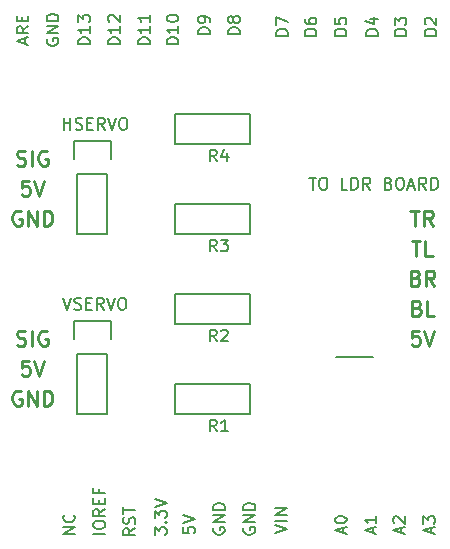
<source format=gto>
%TF.GenerationSoftware,KiCad,Pcbnew,4.0.7-e2-6376~58~ubuntu16.04.1*%
%TF.CreationDate,2018-02-09T09:49:05-08:00*%
%TF.ProjectId,Arduino-Shield,41726475696E6F2D536869656C642E6B,v1.1*%
%TF.FileFunction,Legend,Top*%
%FSLAX46Y46*%
G04 Gerber Fmt 4.6, Leading zero omitted, Abs format (unit mm)*
G04 Created by KiCad (PCBNEW 4.0.7-e2-6376~58~ubuntu16.04.1) date Fri Feb  9 09:49:05 2018*
%MOMM*%
%LPD*%
G01*
G04 APERTURE LIST*
%ADD10C,0.350000*%
%ADD11C,0.254000*%
%ADD12C,0.150000*%
%ADD13C,0.203200*%
%ADD14R,2.184400X1.879600*%
%ADD15O,2.184400X1.879600*%
%ADD16R,2.184400X2.184400*%
%ADD17O,2.184400X2.184400*%
%ADD18O,1.676400X2.692400*%
%ADD19C,2.151380*%
G04 APERTURE END LIST*
D10*
D11*
X57742667Y-77252286D02*
X57924096Y-77312762D01*
X57984572Y-77373238D01*
X58045048Y-77494190D01*
X58045048Y-77675619D01*
X57984572Y-77796571D01*
X57924096Y-77857048D01*
X57803143Y-77917524D01*
X57319334Y-77917524D01*
X57319334Y-76647524D01*
X57742667Y-76647524D01*
X57863620Y-76708000D01*
X57924096Y-76768476D01*
X57984572Y-76889429D01*
X57984572Y-77010381D01*
X57924096Y-77131333D01*
X57863620Y-77191810D01*
X57742667Y-77252286D01*
X57319334Y-77252286D01*
X59194096Y-77917524D02*
X58589334Y-77917524D01*
X58589334Y-76647524D01*
X57168143Y-69027524D02*
X57893858Y-69027524D01*
X57531001Y-70297524D02*
X57531001Y-69027524D01*
X59042905Y-70297524D02*
X58619572Y-69692762D01*
X58317191Y-70297524D02*
X58317191Y-69027524D01*
X58801000Y-69027524D01*
X58921953Y-69088000D01*
X58982429Y-69148476D01*
X59042905Y-69269429D01*
X59042905Y-69450857D01*
X58982429Y-69571810D01*
X58921953Y-69632286D01*
X58801000Y-69692762D01*
X58317191Y-69692762D01*
X57289095Y-71567524D02*
X58014810Y-71567524D01*
X57651953Y-72837524D02*
X57651953Y-71567524D01*
X59042905Y-72837524D02*
X58438143Y-72837524D01*
X58438143Y-71567524D01*
X57621714Y-74712286D02*
X57803143Y-74772762D01*
X57863619Y-74833238D01*
X57924095Y-74954190D01*
X57924095Y-75135619D01*
X57863619Y-75256571D01*
X57803143Y-75317048D01*
X57682190Y-75377524D01*
X57198381Y-75377524D01*
X57198381Y-74107524D01*
X57621714Y-74107524D01*
X57742667Y-74168000D01*
X57803143Y-74228476D01*
X57863619Y-74349429D01*
X57863619Y-74470381D01*
X57803143Y-74591333D01*
X57742667Y-74651810D01*
X57621714Y-74712286D01*
X57198381Y-74712286D01*
X59194095Y-75377524D02*
X58770762Y-74772762D01*
X58468381Y-75377524D02*
X58468381Y-74107524D01*
X58952190Y-74107524D01*
X59073143Y-74168000D01*
X59133619Y-74228476D01*
X59194095Y-74349429D01*
X59194095Y-74530857D01*
X59133619Y-74651810D01*
X59073143Y-74712286D01*
X58952190Y-74772762D01*
X58468381Y-74772762D01*
X57924096Y-79187524D02*
X57319334Y-79187524D01*
X57258858Y-79792286D01*
X57319334Y-79731810D01*
X57440286Y-79671333D01*
X57742667Y-79671333D01*
X57863620Y-79731810D01*
X57924096Y-79792286D01*
X57984572Y-79913238D01*
X57984572Y-80215619D01*
X57924096Y-80336571D01*
X57863620Y-80397048D01*
X57742667Y-80457524D01*
X57440286Y-80457524D01*
X57319334Y-80397048D01*
X57258858Y-80336571D01*
X58347429Y-79187524D02*
X58770763Y-80457524D01*
X59194096Y-79187524D01*
X24178381Y-84328000D02*
X24057429Y-84267524D01*
X23876000Y-84267524D01*
X23694572Y-84328000D01*
X23573619Y-84448952D01*
X23513143Y-84569905D01*
X23452667Y-84811810D01*
X23452667Y-84993238D01*
X23513143Y-85235143D01*
X23573619Y-85356095D01*
X23694572Y-85477048D01*
X23876000Y-85537524D01*
X23996952Y-85537524D01*
X24178381Y-85477048D01*
X24238857Y-85416571D01*
X24238857Y-84993238D01*
X23996952Y-84993238D01*
X24783143Y-85537524D02*
X24783143Y-84267524D01*
X25508857Y-85537524D01*
X25508857Y-84267524D01*
X26113619Y-85537524D02*
X26113619Y-84267524D01*
X26416000Y-84267524D01*
X26597428Y-84328000D01*
X26718381Y-84448952D01*
X26778857Y-84569905D01*
X26839333Y-84811810D01*
X26839333Y-84993238D01*
X26778857Y-85235143D01*
X26718381Y-85356095D01*
X26597428Y-85477048D01*
X26416000Y-85537524D01*
X26113619Y-85537524D01*
X24904096Y-81727524D02*
X24299334Y-81727524D01*
X24238858Y-82332286D01*
X24299334Y-82271810D01*
X24420286Y-82211333D01*
X24722667Y-82211333D01*
X24843620Y-82271810D01*
X24904096Y-82332286D01*
X24964572Y-82453238D01*
X24964572Y-82755619D01*
X24904096Y-82876571D01*
X24843620Y-82937048D01*
X24722667Y-82997524D01*
X24420286Y-82997524D01*
X24299334Y-82937048D01*
X24238858Y-82876571D01*
X25327429Y-81727524D02*
X25750763Y-82997524D01*
X26174096Y-81727524D01*
X24178381Y-69088000D02*
X24057429Y-69027524D01*
X23876000Y-69027524D01*
X23694572Y-69088000D01*
X23573619Y-69208952D01*
X23513143Y-69329905D01*
X23452667Y-69571810D01*
X23452667Y-69753238D01*
X23513143Y-69995143D01*
X23573619Y-70116095D01*
X23694572Y-70237048D01*
X23876000Y-70297524D01*
X23996952Y-70297524D01*
X24178381Y-70237048D01*
X24238857Y-70176571D01*
X24238857Y-69753238D01*
X23996952Y-69753238D01*
X24783143Y-70297524D02*
X24783143Y-69027524D01*
X25508857Y-70297524D01*
X25508857Y-69027524D01*
X26113619Y-70297524D02*
X26113619Y-69027524D01*
X26416000Y-69027524D01*
X26597428Y-69088000D01*
X26718381Y-69208952D01*
X26778857Y-69329905D01*
X26839333Y-69571810D01*
X26839333Y-69753238D01*
X26778857Y-69995143D01*
X26718381Y-70116095D01*
X26597428Y-70237048D01*
X26416000Y-70297524D01*
X26113619Y-70297524D01*
X24904096Y-66487524D02*
X24299334Y-66487524D01*
X24238858Y-67092286D01*
X24299334Y-67031810D01*
X24420286Y-66971333D01*
X24722667Y-66971333D01*
X24843620Y-67031810D01*
X24904096Y-67092286D01*
X24964572Y-67213238D01*
X24964572Y-67515619D01*
X24904096Y-67636571D01*
X24843620Y-67697048D01*
X24722667Y-67757524D01*
X24420286Y-67757524D01*
X24299334Y-67697048D01*
X24238858Y-67636571D01*
X25327429Y-66487524D02*
X25750763Y-67757524D01*
X26174096Y-66487524D01*
X23845762Y-65157048D02*
X24027190Y-65217524D01*
X24329571Y-65217524D01*
X24450524Y-65157048D01*
X24511000Y-65096571D01*
X24571476Y-64975619D01*
X24571476Y-64854667D01*
X24511000Y-64733714D01*
X24450524Y-64673238D01*
X24329571Y-64612762D01*
X24087667Y-64552286D01*
X23966714Y-64491810D01*
X23906238Y-64431333D01*
X23845762Y-64310381D01*
X23845762Y-64189429D01*
X23906238Y-64068476D01*
X23966714Y-64008000D01*
X24087667Y-63947524D01*
X24390047Y-63947524D01*
X24571476Y-64008000D01*
X25115762Y-65217524D02*
X25115762Y-63947524D01*
X26385762Y-64008000D02*
X26264810Y-63947524D01*
X26083381Y-63947524D01*
X25901953Y-64008000D01*
X25781000Y-64128952D01*
X25720524Y-64249905D01*
X25660048Y-64491810D01*
X25660048Y-64673238D01*
X25720524Y-64915143D01*
X25781000Y-65036095D01*
X25901953Y-65157048D01*
X26083381Y-65217524D01*
X26204333Y-65217524D01*
X26385762Y-65157048D01*
X26446238Y-65096571D01*
X26446238Y-64673238D01*
X26204333Y-64673238D01*
X23845762Y-80397048D02*
X24027190Y-80457524D01*
X24329571Y-80457524D01*
X24450524Y-80397048D01*
X24511000Y-80336571D01*
X24571476Y-80215619D01*
X24571476Y-80094667D01*
X24511000Y-79973714D01*
X24450524Y-79913238D01*
X24329571Y-79852762D01*
X24087667Y-79792286D01*
X23966714Y-79731810D01*
X23906238Y-79671333D01*
X23845762Y-79550381D01*
X23845762Y-79429429D01*
X23906238Y-79308476D01*
X23966714Y-79248000D01*
X24087667Y-79187524D01*
X24390047Y-79187524D01*
X24571476Y-79248000D01*
X25115762Y-80457524D02*
X25115762Y-79187524D01*
X26385762Y-79248000D02*
X26264810Y-79187524D01*
X26083381Y-79187524D01*
X25901953Y-79248000D01*
X25781000Y-79368952D01*
X25720524Y-79489905D01*
X25660048Y-79731810D01*
X25660048Y-79913238D01*
X25720524Y-80155143D01*
X25781000Y-80276095D01*
X25901953Y-80397048D01*
X26083381Y-80457524D01*
X26204333Y-80457524D01*
X26385762Y-80397048D01*
X26446238Y-80336571D01*
X26446238Y-79913238D01*
X26204333Y-79913238D01*
D12*
X28956000Y-81153000D02*
X28956000Y-86233000D01*
X28956000Y-86233000D02*
X31496000Y-86233000D01*
X31496000Y-86233000D02*
X31496000Y-81153000D01*
X31776000Y-78333000D02*
X31776000Y-79883000D01*
X31496000Y-81153000D02*
X28956000Y-81153000D01*
X28676000Y-79883000D02*
X28676000Y-78333000D01*
X28676000Y-78333000D02*
X31776000Y-78333000D01*
X28956000Y-65913000D02*
X28956000Y-70993000D01*
X28956000Y-70993000D02*
X31496000Y-70993000D01*
X31496000Y-70993000D02*
X31496000Y-65913000D01*
X31776000Y-63093000D02*
X31776000Y-64643000D01*
X31496000Y-65913000D02*
X28956000Y-65913000D01*
X28676000Y-64643000D02*
X28676000Y-63093000D01*
X28676000Y-63093000D02*
X31776000Y-63093000D01*
X54001000Y-81433000D02*
X50901000Y-81433000D01*
X43561000Y-63373000D02*
X37211000Y-63373000D01*
X37211000Y-63373000D02*
X37211000Y-60833000D01*
X37211000Y-60833000D02*
X43561000Y-60833000D01*
X43561000Y-60833000D02*
X43561000Y-63373000D01*
X43561000Y-86233000D02*
X37211000Y-86233000D01*
X37211000Y-86233000D02*
X37211000Y-83693000D01*
X37211000Y-83693000D02*
X43561000Y-83693000D01*
X43561000Y-83693000D02*
X43561000Y-86233000D01*
X43561000Y-78613000D02*
X37211000Y-78613000D01*
X37211000Y-78613000D02*
X37211000Y-76073000D01*
X37211000Y-76073000D02*
X43561000Y-76073000D01*
X43561000Y-76073000D02*
X43561000Y-78613000D01*
X43561000Y-70993000D02*
X37211000Y-70993000D01*
X37211000Y-70993000D02*
X37211000Y-68453000D01*
X37211000Y-68453000D02*
X43561000Y-68453000D01*
X43561000Y-68453000D02*
X43561000Y-70993000D01*
X27765714Y-76414381D02*
X28099047Y-77414381D01*
X28432381Y-76414381D01*
X28718095Y-77366762D02*
X28860952Y-77414381D01*
X29099048Y-77414381D01*
X29194286Y-77366762D01*
X29241905Y-77319143D01*
X29289524Y-77223905D01*
X29289524Y-77128667D01*
X29241905Y-77033429D01*
X29194286Y-76985810D01*
X29099048Y-76938190D01*
X28908571Y-76890571D01*
X28813333Y-76842952D01*
X28765714Y-76795333D01*
X28718095Y-76700095D01*
X28718095Y-76604857D01*
X28765714Y-76509619D01*
X28813333Y-76462000D01*
X28908571Y-76414381D01*
X29146667Y-76414381D01*
X29289524Y-76462000D01*
X29718095Y-76890571D02*
X30051429Y-76890571D01*
X30194286Y-77414381D02*
X29718095Y-77414381D01*
X29718095Y-76414381D01*
X30194286Y-76414381D01*
X31194286Y-77414381D02*
X30860952Y-76938190D01*
X30622857Y-77414381D02*
X30622857Y-76414381D01*
X31003810Y-76414381D01*
X31099048Y-76462000D01*
X31146667Y-76509619D01*
X31194286Y-76604857D01*
X31194286Y-76747714D01*
X31146667Y-76842952D01*
X31099048Y-76890571D01*
X31003810Y-76938190D01*
X30622857Y-76938190D01*
X31480000Y-76414381D02*
X31813333Y-77414381D01*
X32146667Y-76414381D01*
X32670476Y-76414381D02*
X32860953Y-76414381D01*
X32956191Y-76462000D01*
X33051429Y-76557238D01*
X33099048Y-76747714D01*
X33099048Y-77081048D01*
X33051429Y-77271524D01*
X32956191Y-77366762D01*
X32860953Y-77414381D01*
X32670476Y-77414381D01*
X32575238Y-77366762D01*
X32480000Y-77271524D01*
X32432381Y-77081048D01*
X32432381Y-76747714D01*
X32480000Y-76557238D01*
X32575238Y-76462000D01*
X32670476Y-76414381D01*
X27813333Y-62174381D02*
X27813333Y-61174381D01*
X27813333Y-61650571D02*
X28384762Y-61650571D01*
X28384762Y-62174381D02*
X28384762Y-61174381D01*
X28813333Y-62126762D02*
X28956190Y-62174381D01*
X29194286Y-62174381D01*
X29289524Y-62126762D01*
X29337143Y-62079143D01*
X29384762Y-61983905D01*
X29384762Y-61888667D01*
X29337143Y-61793429D01*
X29289524Y-61745810D01*
X29194286Y-61698190D01*
X29003809Y-61650571D01*
X28908571Y-61602952D01*
X28860952Y-61555333D01*
X28813333Y-61460095D01*
X28813333Y-61364857D01*
X28860952Y-61269619D01*
X28908571Y-61222000D01*
X29003809Y-61174381D01*
X29241905Y-61174381D01*
X29384762Y-61222000D01*
X29813333Y-61650571D02*
X30146667Y-61650571D01*
X30289524Y-62174381D02*
X29813333Y-62174381D01*
X29813333Y-61174381D01*
X30289524Y-61174381D01*
X31289524Y-62174381D02*
X30956190Y-61698190D01*
X30718095Y-62174381D02*
X30718095Y-61174381D01*
X31099048Y-61174381D01*
X31194286Y-61222000D01*
X31241905Y-61269619D01*
X31289524Y-61364857D01*
X31289524Y-61507714D01*
X31241905Y-61602952D01*
X31194286Y-61650571D01*
X31099048Y-61698190D01*
X30718095Y-61698190D01*
X31575238Y-61174381D02*
X31908571Y-62174381D01*
X32241905Y-61174381D01*
X32765714Y-61174381D02*
X32956191Y-61174381D01*
X33051429Y-61222000D01*
X33146667Y-61317238D01*
X33194286Y-61507714D01*
X33194286Y-61841048D01*
X33146667Y-62031524D01*
X33051429Y-62126762D01*
X32956191Y-62174381D01*
X32765714Y-62174381D01*
X32670476Y-62126762D01*
X32575238Y-62031524D01*
X32527619Y-61841048D01*
X32527619Y-61507714D01*
X32575238Y-61317238D01*
X32670476Y-61222000D01*
X32765714Y-61174381D01*
D13*
X48586572Y-66245619D02*
X49167143Y-66245619D01*
X48876858Y-67261619D02*
X48876858Y-66245619D01*
X49699334Y-66245619D02*
X49892857Y-66245619D01*
X49989619Y-66294000D01*
X50086381Y-66390762D01*
X50134762Y-66584286D01*
X50134762Y-66922952D01*
X50086381Y-67116476D01*
X49989619Y-67213238D01*
X49892857Y-67261619D01*
X49699334Y-67261619D01*
X49602572Y-67213238D01*
X49505810Y-67116476D01*
X49457429Y-66922952D01*
X49457429Y-66584286D01*
X49505810Y-66390762D01*
X49602572Y-66294000D01*
X49699334Y-66245619D01*
X51828095Y-67261619D02*
X51344286Y-67261619D01*
X51344286Y-66245619D01*
X52166762Y-67261619D02*
X52166762Y-66245619D01*
X52408667Y-66245619D01*
X52553809Y-66294000D01*
X52650571Y-66390762D01*
X52698952Y-66487524D01*
X52747333Y-66681048D01*
X52747333Y-66826190D01*
X52698952Y-67019714D01*
X52650571Y-67116476D01*
X52553809Y-67213238D01*
X52408667Y-67261619D01*
X52166762Y-67261619D01*
X53763333Y-67261619D02*
X53424667Y-66777810D01*
X53182762Y-67261619D02*
X53182762Y-66245619D01*
X53569809Y-66245619D01*
X53666571Y-66294000D01*
X53714952Y-66342381D01*
X53763333Y-66439143D01*
X53763333Y-66584286D01*
X53714952Y-66681048D01*
X53666571Y-66729429D01*
X53569809Y-66777810D01*
X53182762Y-66777810D01*
X55311523Y-66729429D02*
X55456666Y-66777810D01*
X55505047Y-66826190D01*
X55553428Y-66922952D01*
X55553428Y-67068095D01*
X55505047Y-67164857D01*
X55456666Y-67213238D01*
X55359904Y-67261619D01*
X54972857Y-67261619D01*
X54972857Y-66245619D01*
X55311523Y-66245619D01*
X55408285Y-66294000D01*
X55456666Y-66342381D01*
X55505047Y-66439143D01*
X55505047Y-66535905D01*
X55456666Y-66632667D01*
X55408285Y-66681048D01*
X55311523Y-66729429D01*
X54972857Y-66729429D01*
X56182381Y-66245619D02*
X56375904Y-66245619D01*
X56472666Y-66294000D01*
X56569428Y-66390762D01*
X56617809Y-66584286D01*
X56617809Y-66922952D01*
X56569428Y-67116476D01*
X56472666Y-67213238D01*
X56375904Y-67261619D01*
X56182381Y-67261619D01*
X56085619Y-67213238D01*
X55988857Y-67116476D01*
X55940476Y-66922952D01*
X55940476Y-66584286D01*
X55988857Y-66390762D01*
X56085619Y-66294000D01*
X56182381Y-66245619D01*
X57004857Y-66971333D02*
X57488666Y-66971333D01*
X56908095Y-67261619D02*
X57246762Y-66245619D01*
X57585428Y-67261619D01*
X58504666Y-67261619D02*
X58166000Y-66777810D01*
X57924095Y-67261619D02*
X57924095Y-66245619D01*
X58311142Y-66245619D01*
X58407904Y-66294000D01*
X58456285Y-66342381D01*
X58504666Y-66439143D01*
X58504666Y-66584286D01*
X58456285Y-66681048D01*
X58407904Y-66729429D01*
X58311142Y-66777810D01*
X57924095Y-66777810D01*
X58940095Y-67261619D02*
X58940095Y-66245619D01*
X59182000Y-66245619D01*
X59327142Y-66294000D01*
X59423904Y-66390762D01*
X59472285Y-66487524D01*
X59520666Y-66681048D01*
X59520666Y-66826190D01*
X59472285Y-67019714D01*
X59423904Y-67116476D01*
X59327142Y-67213238D01*
X59182000Y-67261619D01*
X58940095Y-67261619D01*
D12*
X31313381Y-96392762D02*
X30313381Y-96392762D01*
X30313381Y-95726096D02*
X30313381Y-95535619D01*
X30361000Y-95440381D01*
X30456238Y-95345143D01*
X30646714Y-95297524D01*
X30980048Y-95297524D01*
X31170524Y-95345143D01*
X31265762Y-95440381D01*
X31313381Y-95535619D01*
X31313381Y-95726096D01*
X31265762Y-95821334D01*
X31170524Y-95916572D01*
X30980048Y-95964191D01*
X30646714Y-95964191D01*
X30456238Y-95916572D01*
X30361000Y-95821334D01*
X30313381Y-95726096D01*
X31313381Y-94297524D02*
X30837190Y-94630858D01*
X31313381Y-94868953D02*
X30313381Y-94868953D01*
X30313381Y-94488000D01*
X30361000Y-94392762D01*
X30408619Y-94345143D01*
X30503857Y-94297524D01*
X30646714Y-94297524D01*
X30741952Y-94345143D01*
X30789571Y-94392762D01*
X30837190Y-94488000D01*
X30837190Y-94868953D01*
X30789571Y-93868953D02*
X30789571Y-93535619D01*
X31313381Y-93392762D02*
X31313381Y-93868953D01*
X30313381Y-93868953D01*
X30313381Y-93392762D01*
X30789571Y-92630857D02*
X30789571Y-92964191D01*
X31313381Y-92964191D02*
X30313381Y-92964191D01*
X30313381Y-92488000D01*
X28753381Y-96416714D02*
X27753381Y-96416714D01*
X28753381Y-95845285D01*
X27753381Y-95845285D01*
X28658143Y-94797666D02*
X28705762Y-94845285D01*
X28753381Y-94988142D01*
X28753381Y-95083380D01*
X28705762Y-95226238D01*
X28610524Y-95321476D01*
X28515286Y-95369095D01*
X28324810Y-95416714D01*
X28181952Y-95416714D01*
X27991476Y-95369095D01*
X27896238Y-95321476D01*
X27801000Y-95226238D01*
X27753381Y-95083380D01*
X27753381Y-94988142D01*
X27801000Y-94845285D01*
X27848619Y-94797666D01*
X33853381Y-95924619D02*
X33377190Y-96257953D01*
X33853381Y-96496048D02*
X32853381Y-96496048D01*
X32853381Y-96115095D01*
X32901000Y-96019857D01*
X32948619Y-95972238D01*
X33043857Y-95924619D01*
X33186714Y-95924619D01*
X33281952Y-95972238D01*
X33329571Y-96019857D01*
X33377190Y-96115095D01*
X33377190Y-96496048D01*
X33805762Y-95543667D02*
X33853381Y-95400810D01*
X33853381Y-95162714D01*
X33805762Y-95067476D01*
X33758143Y-95019857D01*
X33662905Y-94972238D01*
X33567667Y-94972238D01*
X33472429Y-95019857D01*
X33424810Y-95067476D01*
X33377190Y-95162714D01*
X33329571Y-95353191D01*
X33281952Y-95448429D01*
X33234333Y-95496048D01*
X33139095Y-95543667D01*
X33043857Y-95543667D01*
X32948619Y-95496048D01*
X32901000Y-95448429D01*
X32853381Y-95353191D01*
X32853381Y-95115095D01*
X32901000Y-94972238D01*
X32853381Y-94686524D02*
X32853381Y-94115095D01*
X33853381Y-94400810D02*
X32853381Y-94400810D01*
X35520381Y-96472190D02*
X35520381Y-95853142D01*
X35901333Y-96186476D01*
X35901333Y-96043618D01*
X35948952Y-95948380D01*
X35996571Y-95900761D01*
X36091810Y-95853142D01*
X36329905Y-95853142D01*
X36425143Y-95900761D01*
X36472762Y-95948380D01*
X36520381Y-96043618D01*
X36520381Y-96329333D01*
X36472762Y-96424571D01*
X36425143Y-96472190D01*
X36425143Y-95424571D02*
X36472762Y-95376952D01*
X36520381Y-95424571D01*
X36472762Y-95472190D01*
X36425143Y-95424571D01*
X36520381Y-95424571D01*
X35520381Y-95043619D02*
X35520381Y-94424571D01*
X35901333Y-94757905D01*
X35901333Y-94615047D01*
X35948952Y-94519809D01*
X35996571Y-94472190D01*
X36091810Y-94424571D01*
X36329905Y-94424571D01*
X36425143Y-94472190D01*
X36472762Y-94519809D01*
X36520381Y-94615047D01*
X36520381Y-94900762D01*
X36472762Y-94996000D01*
X36425143Y-95043619D01*
X35520381Y-94138857D02*
X36520381Y-93805524D01*
X35520381Y-93472190D01*
X37913381Y-95821476D02*
X37913381Y-96297667D01*
X38389571Y-96345286D01*
X38341952Y-96297667D01*
X38294333Y-96202429D01*
X38294333Y-95964333D01*
X38341952Y-95869095D01*
X38389571Y-95821476D01*
X38484810Y-95773857D01*
X38722905Y-95773857D01*
X38818143Y-95821476D01*
X38865762Y-95869095D01*
X38913381Y-95964333D01*
X38913381Y-96202429D01*
X38865762Y-96297667D01*
X38818143Y-96345286D01*
X37913381Y-95488143D02*
X38913381Y-95154810D01*
X37913381Y-94821476D01*
X40501000Y-95884904D02*
X40453381Y-95980142D01*
X40453381Y-96122999D01*
X40501000Y-96265857D01*
X40596238Y-96361095D01*
X40691476Y-96408714D01*
X40881952Y-96456333D01*
X41024810Y-96456333D01*
X41215286Y-96408714D01*
X41310524Y-96361095D01*
X41405762Y-96265857D01*
X41453381Y-96122999D01*
X41453381Y-96027761D01*
X41405762Y-95884904D01*
X41358143Y-95837285D01*
X41024810Y-95837285D01*
X41024810Y-96027761D01*
X41453381Y-95408714D02*
X40453381Y-95408714D01*
X41453381Y-94837285D01*
X40453381Y-94837285D01*
X41453381Y-94361095D02*
X40453381Y-94361095D01*
X40453381Y-94123000D01*
X40501000Y-93980142D01*
X40596238Y-93884904D01*
X40691476Y-93837285D01*
X40881952Y-93789666D01*
X41024810Y-93789666D01*
X41215286Y-93837285D01*
X41310524Y-93884904D01*
X41405762Y-93980142D01*
X41453381Y-94123000D01*
X41453381Y-94361095D01*
X43076000Y-95884904D02*
X43028381Y-95980142D01*
X43028381Y-96122999D01*
X43076000Y-96265857D01*
X43171238Y-96361095D01*
X43266476Y-96408714D01*
X43456952Y-96456333D01*
X43599810Y-96456333D01*
X43790286Y-96408714D01*
X43885524Y-96361095D01*
X43980762Y-96265857D01*
X44028381Y-96122999D01*
X44028381Y-96027761D01*
X43980762Y-95884904D01*
X43933143Y-95837285D01*
X43599810Y-95837285D01*
X43599810Y-96027761D01*
X44028381Y-95408714D02*
X43028381Y-95408714D01*
X44028381Y-94837285D01*
X43028381Y-94837285D01*
X44028381Y-94361095D02*
X43028381Y-94361095D01*
X43028381Y-94123000D01*
X43076000Y-93980142D01*
X43171238Y-93884904D01*
X43266476Y-93837285D01*
X43456952Y-93789666D01*
X43599810Y-93789666D01*
X43790286Y-93837285D01*
X43885524Y-93884904D01*
X43980762Y-93980142D01*
X44028381Y-94123000D01*
X44028381Y-94361095D01*
X45703381Y-96293238D02*
X46703381Y-95959905D01*
X45703381Y-95626571D01*
X46703381Y-95293238D02*
X45703381Y-95293238D01*
X46703381Y-94817048D02*
X45703381Y-94817048D01*
X46703381Y-94245619D01*
X45703381Y-94245619D01*
X58947667Y-96345286D02*
X58947667Y-95869095D01*
X59233381Y-96440524D02*
X58233381Y-96107191D01*
X59233381Y-95773857D01*
X58233381Y-95535762D02*
X58233381Y-94916714D01*
X58614333Y-95250048D01*
X58614333Y-95107190D01*
X58661952Y-95011952D01*
X58709571Y-94964333D01*
X58804810Y-94916714D01*
X59042905Y-94916714D01*
X59138143Y-94964333D01*
X59185762Y-95011952D01*
X59233381Y-95107190D01*
X59233381Y-95392905D01*
X59185762Y-95488143D01*
X59138143Y-95535762D01*
X56407667Y-96345286D02*
X56407667Y-95869095D01*
X56693381Y-96440524D02*
X55693381Y-96107191D01*
X56693381Y-95773857D01*
X55788619Y-95488143D02*
X55741000Y-95440524D01*
X55693381Y-95345286D01*
X55693381Y-95107190D01*
X55741000Y-95011952D01*
X55788619Y-94964333D01*
X55883857Y-94916714D01*
X55979095Y-94916714D01*
X56121952Y-94964333D01*
X56693381Y-95535762D01*
X56693381Y-94916714D01*
X53994667Y-96345286D02*
X53994667Y-95869095D01*
X54280381Y-96440524D02*
X53280381Y-96107191D01*
X54280381Y-95773857D01*
X54280381Y-94916714D02*
X54280381Y-95488143D01*
X54280381Y-95202429D02*
X53280381Y-95202429D01*
X53423238Y-95297667D01*
X53518476Y-95392905D01*
X53566095Y-95488143D01*
X51474667Y-96345286D02*
X51474667Y-95869095D01*
X51760381Y-96440524D02*
X50760381Y-96107191D01*
X51760381Y-95773857D01*
X50760381Y-95250048D02*
X50760381Y-95154809D01*
X50808000Y-95059571D01*
X50855619Y-95011952D01*
X50950857Y-94964333D01*
X51141333Y-94916714D01*
X51379429Y-94916714D01*
X51569905Y-94964333D01*
X51665143Y-95011952D01*
X51712762Y-95059571D01*
X51760381Y-95154809D01*
X51760381Y-95250048D01*
X51712762Y-95345286D01*
X51665143Y-95392905D01*
X51569905Y-95440524D01*
X51379429Y-95488143D01*
X51141333Y-95488143D01*
X50950857Y-95440524D01*
X50855619Y-95392905D01*
X50808000Y-95345286D01*
X50760381Y-95250048D01*
X24530667Y-54911476D02*
X24530667Y-54435285D01*
X24816381Y-55006714D02*
X23816381Y-54673381D01*
X24816381Y-54340047D01*
X24816381Y-53435285D02*
X24340190Y-53768619D01*
X24816381Y-54006714D02*
X23816381Y-54006714D01*
X23816381Y-53625761D01*
X23864000Y-53530523D01*
X23911619Y-53482904D01*
X24006857Y-53435285D01*
X24149714Y-53435285D01*
X24244952Y-53482904D01*
X24292571Y-53530523D01*
X24340190Y-53625761D01*
X24340190Y-54006714D01*
X24292571Y-53006714D02*
X24292571Y-52673380D01*
X24816381Y-52530523D02*
X24816381Y-53006714D01*
X23816381Y-53006714D01*
X23816381Y-52530523D01*
X26404000Y-54482904D02*
X26356381Y-54578142D01*
X26356381Y-54720999D01*
X26404000Y-54863857D01*
X26499238Y-54959095D01*
X26594476Y-55006714D01*
X26784952Y-55054333D01*
X26927810Y-55054333D01*
X27118286Y-55006714D01*
X27213524Y-54959095D01*
X27308762Y-54863857D01*
X27356381Y-54720999D01*
X27356381Y-54625761D01*
X27308762Y-54482904D01*
X27261143Y-54435285D01*
X26927810Y-54435285D01*
X26927810Y-54625761D01*
X27356381Y-54006714D02*
X26356381Y-54006714D01*
X27356381Y-53435285D01*
X26356381Y-53435285D01*
X27356381Y-52959095D02*
X26356381Y-52959095D01*
X26356381Y-52721000D01*
X26404000Y-52578142D01*
X26499238Y-52482904D01*
X26594476Y-52435285D01*
X26784952Y-52387666D01*
X26927810Y-52387666D01*
X27118286Y-52435285D01*
X27213524Y-52482904D01*
X27308762Y-52578142D01*
X27356381Y-52721000D01*
X27356381Y-52959095D01*
X30023381Y-54935286D02*
X29023381Y-54935286D01*
X29023381Y-54697191D01*
X29071000Y-54554333D01*
X29166238Y-54459095D01*
X29261476Y-54411476D01*
X29451952Y-54363857D01*
X29594810Y-54363857D01*
X29785286Y-54411476D01*
X29880524Y-54459095D01*
X29975762Y-54554333D01*
X30023381Y-54697191D01*
X30023381Y-54935286D01*
X30023381Y-53411476D02*
X30023381Y-53982905D01*
X30023381Y-53697191D02*
X29023381Y-53697191D01*
X29166238Y-53792429D01*
X29261476Y-53887667D01*
X29309095Y-53982905D01*
X29023381Y-53078143D02*
X29023381Y-52459095D01*
X29404333Y-52792429D01*
X29404333Y-52649571D01*
X29451952Y-52554333D01*
X29499571Y-52506714D01*
X29594810Y-52459095D01*
X29832905Y-52459095D01*
X29928143Y-52506714D01*
X29975762Y-52554333D01*
X30023381Y-52649571D01*
X30023381Y-52935286D01*
X29975762Y-53030524D01*
X29928143Y-53078143D01*
X32563381Y-54935286D02*
X31563381Y-54935286D01*
X31563381Y-54697191D01*
X31611000Y-54554333D01*
X31706238Y-54459095D01*
X31801476Y-54411476D01*
X31991952Y-54363857D01*
X32134810Y-54363857D01*
X32325286Y-54411476D01*
X32420524Y-54459095D01*
X32515762Y-54554333D01*
X32563381Y-54697191D01*
X32563381Y-54935286D01*
X32563381Y-53411476D02*
X32563381Y-53982905D01*
X32563381Y-53697191D02*
X31563381Y-53697191D01*
X31706238Y-53792429D01*
X31801476Y-53887667D01*
X31849095Y-53982905D01*
X31658619Y-53030524D02*
X31611000Y-52982905D01*
X31563381Y-52887667D01*
X31563381Y-52649571D01*
X31611000Y-52554333D01*
X31658619Y-52506714D01*
X31753857Y-52459095D01*
X31849095Y-52459095D01*
X31991952Y-52506714D01*
X32563381Y-53078143D01*
X32563381Y-52459095D01*
X35103381Y-54935286D02*
X34103381Y-54935286D01*
X34103381Y-54697191D01*
X34151000Y-54554333D01*
X34246238Y-54459095D01*
X34341476Y-54411476D01*
X34531952Y-54363857D01*
X34674810Y-54363857D01*
X34865286Y-54411476D01*
X34960524Y-54459095D01*
X35055762Y-54554333D01*
X35103381Y-54697191D01*
X35103381Y-54935286D01*
X35103381Y-53411476D02*
X35103381Y-53982905D01*
X35103381Y-53697191D02*
X34103381Y-53697191D01*
X34246238Y-53792429D01*
X34341476Y-53887667D01*
X34389095Y-53982905D01*
X35103381Y-52459095D02*
X35103381Y-53030524D01*
X35103381Y-52744810D02*
X34103381Y-52744810D01*
X34246238Y-52840048D01*
X34341476Y-52935286D01*
X34389095Y-53030524D01*
X37516381Y-54935286D02*
X36516381Y-54935286D01*
X36516381Y-54697191D01*
X36564000Y-54554333D01*
X36659238Y-54459095D01*
X36754476Y-54411476D01*
X36944952Y-54363857D01*
X37087810Y-54363857D01*
X37278286Y-54411476D01*
X37373524Y-54459095D01*
X37468762Y-54554333D01*
X37516381Y-54697191D01*
X37516381Y-54935286D01*
X37516381Y-53411476D02*
X37516381Y-53982905D01*
X37516381Y-53697191D02*
X36516381Y-53697191D01*
X36659238Y-53792429D01*
X36754476Y-53887667D01*
X36802095Y-53982905D01*
X36516381Y-52792429D02*
X36516381Y-52697190D01*
X36564000Y-52601952D01*
X36611619Y-52554333D01*
X36706857Y-52506714D01*
X36897333Y-52459095D01*
X37135429Y-52459095D01*
X37325905Y-52506714D01*
X37421143Y-52554333D01*
X37468762Y-52601952D01*
X37516381Y-52697190D01*
X37516381Y-52792429D01*
X37468762Y-52887667D01*
X37421143Y-52935286D01*
X37325905Y-52982905D01*
X37135429Y-53030524D01*
X36897333Y-53030524D01*
X36706857Y-52982905D01*
X36611619Y-52935286D01*
X36564000Y-52887667D01*
X36516381Y-52792429D01*
X40183381Y-54078095D02*
X39183381Y-54078095D01*
X39183381Y-53840000D01*
X39231000Y-53697142D01*
X39326238Y-53601904D01*
X39421476Y-53554285D01*
X39611952Y-53506666D01*
X39754810Y-53506666D01*
X39945286Y-53554285D01*
X40040524Y-53601904D01*
X40135762Y-53697142D01*
X40183381Y-53840000D01*
X40183381Y-54078095D01*
X40183381Y-53030476D02*
X40183381Y-52840000D01*
X40135762Y-52744761D01*
X40088143Y-52697142D01*
X39945286Y-52601904D01*
X39754810Y-52554285D01*
X39373857Y-52554285D01*
X39278619Y-52601904D01*
X39231000Y-52649523D01*
X39183381Y-52744761D01*
X39183381Y-52935238D01*
X39231000Y-53030476D01*
X39278619Y-53078095D01*
X39373857Y-53125714D01*
X39611952Y-53125714D01*
X39707190Y-53078095D01*
X39754810Y-53030476D01*
X39802429Y-52935238D01*
X39802429Y-52744761D01*
X39754810Y-52649523D01*
X39707190Y-52601904D01*
X39611952Y-52554285D01*
X42723381Y-54078095D02*
X41723381Y-54078095D01*
X41723381Y-53840000D01*
X41771000Y-53697142D01*
X41866238Y-53601904D01*
X41961476Y-53554285D01*
X42151952Y-53506666D01*
X42294810Y-53506666D01*
X42485286Y-53554285D01*
X42580524Y-53601904D01*
X42675762Y-53697142D01*
X42723381Y-53840000D01*
X42723381Y-54078095D01*
X42151952Y-52935238D02*
X42104333Y-53030476D01*
X42056714Y-53078095D01*
X41961476Y-53125714D01*
X41913857Y-53125714D01*
X41818619Y-53078095D01*
X41771000Y-53030476D01*
X41723381Y-52935238D01*
X41723381Y-52744761D01*
X41771000Y-52649523D01*
X41818619Y-52601904D01*
X41913857Y-52554285D01*
X41961476Y-52554285D01*
X42056714Y-52601904D01*
X42104333Y-52649523D01*
X42151952Y-52744761D01*
X42151952Y-52935238D01*
X42199571Y-53030476D01*
X42247190Y-53078095D01*
X42342429Y-53125714D01*
X42532905Y-53125714D01*
X42628143Y-53078095D01*
X42675762Y-53030476D01*
X42723381Y-52935238D01*
X42723381Y-52744761D01*
X42675762Y-52649523D01*
X42628143Y-52601904D01*
X42532905Y-52554285D01*
X42342429Y-52554285D01*
X42247190Y-52601904D01*
X42199571Y-52649523D01*
X42151952Y-52744761D01*
X46787381Y-54205095D02*
X45787381Y-54205095D01*
X45787381Y-53967000D01*
X45835000Y-53824142D01*
X45930238Y-53728904D01*
X46025476Y-53681285D01*
X46215952Y-53633666D01*
X46358810Y-53633666D01*
X46549286Y-53681285D01*
X46644524Y-53728904D01*
X46739762Y-53824142D01*
X46787381Y-53967000D01*
X46787381Y-54205095D01*
X45787381Y-53300333D02*
X45787381Y-52633666D01*
X46787381Y-53062238D01*
X49200381Y-54205095D02*
X48200381Y-54205095D01*
X48200381Y-53967000D01*
X48248000Y-53824142D01*
X48343238Y-53728904D01*
X48438476Y-53681285D01*
X48628952Y-53633666D01*
X48771810Y-53633666D01*
X48962286Y-53681285D01*
X49057524Y-53728904D01*
X49152762Y-53824142D01*
X49200381Y-53967000D01*
X49200381Y-54205095D01*
X48200381Y-52776523D02*
X48200381Y-52967000D01*
X48248000Y-53062238D01*
X48295619Y-53109857D01*
X48438476Y-53205095D01*
X48628952Y-53252714D01*
X49009905Y-53252714D01*
X49105143Y-53205095D01*
X49152762Y-53157476D01*
X49200381Y-53062238D01*
X49200381Y-52871761D01*
X49152762Y-52776523D01*
X49105143Y-52728904D01*
X49009905Y-52681285D01*
X48771810Y-52681285D01*
X48676571Y-52728904D01*
X48628952Y-52776523D01*
X48581333Y-52871761D01*
X48581333Y-53062238D01*
X48628952Y-53157476D01*
X48676571Y-53205095D01*
X48771810Y-53252714D01*
X51740381Y-54205095D02*
X50740381Y-54205095D01*
X50740381Y-53967000D01*
X50788000Y-53824142D01*
X50883238Y-53728904D01*
X50978476Y-53681285D01*
X51168952Y-53633666D01*
X51311810Y-53633666D01*
X51502286Y-53681285D01*
X51597524Y-53728904D01*
X51692762Y-53824142D01*
X51740381Y-53967000D01*
X51740381Y-54205095D01*
X50740381Y-52728904D02*
X50740381Y-53205095D01*
X51216571Y-53252714D01*
X51168952Y-53205095D01*
X51121333Y-53109857D01*
X51121333Y-52871761D01*
X51168952Y-52776523D01*
X51216571Y-52728904D01*
X51311810Y-52681285D01*
X51549905Y-52681285D01*
X51645143Y-52728904D01*
X51692762Y-52776523D01*
X51740381Y-52871761D01*
X51740381Y-53109857D01*
X51692762Y-53205095D01*
X51645143Y-53252714D01*
X54407381Y-54205095D02*
X53407381Y-54205095D01*
X53407381Y-53967000D01*
X53455000Y-53824142D01*
X53550238Y-53728904D01*
X53645476Y-53681285D01*
X53835952Y-53633666D01*
X53978810Y-53633666D01*
X54169286Y-53681285D01*
X54264524Y-53728904D01*
X54359762Y-53824142D01*
X54407381Y-53967000D01*
X54407381Y-54205095D01*
X53740714Y-52776523D02*
X54407381Y-52776523D01*
X53359762Y-53014619D02*
X54074048Y-53252714D01*
X54074048Y-52633666D01*
X56820381Y-54205095D02*
X55820381Y-54205095D01*
X55820381Y-53967000D01*
X55868000Y-53824142D01*
X55963238Y-53728904D01*
X56058476Y-53681285D01*
X56248952Y-53633666D01*
X56391810Y-53633666D01*
X56582286Y-53681285D01*
X56677524Y-53728904D01*
X56772762Y-53824142D01*
X56820381Y-53967000D01*
X56820381Y-54205095D01*
X55820381Y-53300333D02*
X55820381Y-52681285D01*
X56201333Y-53014619D01*
X56201333Y-52871761D01*
X56248952Y-52776523D01*
X56296571Y-52728904D01*
X56391810Y-52681285D01*
X56629905Y-52681285D01*
X56725143Y-52728904D01*
X56772762Y-52776523D01*
X56820381Y-52871761D01*
X56820381Y-53157476D01*
X56772762Y-53252714D01*
X56725143Y-53300333D01*
X59360381Y-54205095D02*
X58360381Y-54205095D01*
X58360381Y-53967000D01*
X58408000Y-53824142D01*
X58503238Y-53728904D01*
X58598476Y-53681285D01*
X58788952Y-53633666D01*
X58931810Y-53633666D01*
X59122286Y-53681285D01*
X59217524Y-53728904D01*
X59312762Y-53824142D01*
X59360381Y-53967000D01*
X59360381Y-54205095D01*
X58455619Y-53252714D02*
X58408000Y-53205095D01*
X58360381Y-53109857D01*
X58360381Y-52871761D01*
X58408000Y-52776523D01*
X58455619Y-52728904D01*
X58550857Y-52681285D01*
X58646095Y-52681285D01*
X58788952Y-52728904D01*
X59360381Y-53300333D01*
X59360381Y-52681285D01*
X40764334Y-64855381D02*
X40431000Y-64379190D01*
X40192905Y-64855381D02*
X40192905Y-63855381D01*
X40573858Y-63855381D01*
X40669096Y-63903000D01*
X40716715Y-63950619D01*
X40764334Y-64045857D01*
X40764334Y-64188714D01*
X40716715Y-64283952D01*
X40669096Y-64331571D01*
X40573858Y-64379190D01*
X40192905Y-64379190D01*
X41621477Y-64188714D02*
X41621477Y-64855381D01*
X41383381Y-63807762D02*
X41145286Y-64522048D01*
X41764334Y-64522048D01*
X40764334Y-87715381D02*
X40431000Y-87239190D01*
X40192905Y-87715381D02*
X40192905Y-86715381D01*
X40573858Y-86715381D01*
X40669096Y-86763000D01*
X40716715Y-86810619D01*
X40764334Y-86905857D01*
X40764334Y-87048714D01*
X40716715Y-87143952D01*
X40669096Y-87191571D01*
X40573858Y-87239190D01*
X40192905Y-87239190D01*
X41716715Y-87715381D02*
X41145286Y-87715381D01*
X41431000Y-87715381D02*
X41431000Y-86715381D01*
X41335762Y-86858238D01*
X41240524Y-86953476D01*
X41145286Y-87001095D01*
X40764334Y-80095381D02*
X40431000Y-79619190D01*
X40192905Y-80095381D02*
X40192905Y-79095381D01*
X40573858Y-79095381D01*
X40669096Y-79143000D01*
X40716715Y-79190619D01*
X40764334Y-79285857D01*
X40764334Y-79428714D01*
X40716715Y-79523952D01*
X40669096Y-79571571D01*
X40573858Y-79619190D01*
X40192905Y-79619190D01*
X41145286Y-79190619D02*
X41192905Y-79143000D01*
X41288143Y-79095381D01*
X41526239Y-79095381D01*
X41621477Y-79143000D01*
X41669096Y-79190619D01*
X41716715Y-79285857D01*
X41716715Y-79381095D01*
X41669096Y-79523952D01*
X41097667Y-80095381D01*
X41716715Y-80095381D01*
X40764334Y-72475381D02*
X40431000Y-71999190D01*
X40192905Y-72475381D02*
X40192905Y-71475381D01*
X40573858Y-71475381D01*
X40669096Y-71523000D01*
X40716715Y-71570619D01*
X40764334Y-71665857D01*
X40764334Y-71808714D01*
X40716715Y-71903952D01*
X40669096Y-71951571D01*
X40573858Y-71999190D01*
X40192905Y-71999190D01*
X41097667Y-71475381D02*
X41716715Y-71475381D01*
X41383381Y-71856333D01*
X41526239Y-71856333D01*
X41621477Y-71903952D01*
X41669096Y-71951571D01*
X41716715Y-72046810D01*
X41716715Y-72284905D01*
X41669096Y-72380143D01*
X41621477Y-72427762D01*
X41526239Y-72475381D01*
X41240524Y-72475381D01*
X41145286Y-72427762D01*
X41097667Y-72380143D01*
%LPC*%
D14*
X30226000Y-79883000D03*
D15*
X30226000Y-82423000D03*
X30226000Y-84963000D03*
D14*
X30226000Y-64643000D03*
D15*
X30226000Y-67183000D03*
X30226000Y-69723000D03*
D16*
X52451000Y-79883000D03*
D17*
X52451000Y-77343000D03*
X52451000Y-74803000D03*
X52451000Y-72263000D03*
X52451000Y-69723000D03*
D18*
X58928000Y-98552000D03*
X51308000Y-98552000D03*
X53848000Y-98552000D03*
X56388000Y-98552000D03*
X46228000Y-98552000D03*
X43688000Y-98552000D03*
X41148000Y-98552000D03*
X36068000Y-98552000D03*
X33528000Y-98552000D03*
X58928000Y-50292000D03*
X56388000Y-50292000D03*
X53848000Y-50292000D03*
X51308000Y-50292000D03*
X48768000Y-50292000D03*
X46228000Y-50292000D03*
X42164000Y-50292000D03*
X39624000Y-50292000D03*
X37084000Y-50292000D03*
X34544000Y-50292000D03*
X32004000Y-50292000D03*
X29464000Y-50292000D03*
X26924000Y-50292000D03*
X24384000Y-50292000D03*
X38608000Y-98552000D03*
X30988000Y-98552000D03*
X28448000Y-98552000D03*
D19*
X44831000Y-62103000D03*
X35831000Y-62103000D03*
X44831000Y-84963000D03*
X35831000Y-84963000D03*
X44831000Y-77343000D03*
X35831000Y-77343000D03*
X44831000Y-69723000D03*
X35831000Y-69723000D03*
M02*

</source>
